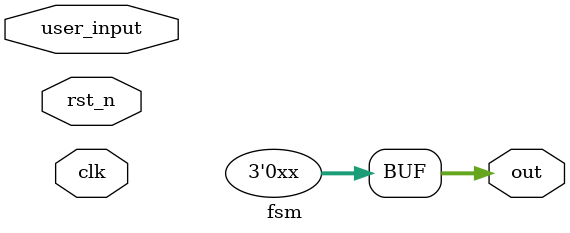
<source format=v>
module fsm(out, user_input, clk, rst_n);

input [2:0] user_input;
input clk, rst_n;
output reg [2:0] out;
reg [1:0] state_reg,state_next;

//sequential part
always @ (posedge clk or negedge rst_n )
    begin
        if (!rst_n)
        state_reg <= 2'h0;
        else
        state_reg <= state_next;
    end

//next state and output logic
//-copilot next line-
//copilot mean_prob: 0.6691834211735856

always @ *
    begin
        case (state_reg)
            2'h0: if (user_input == 2'h0) state_next <= 2'h0;
            2'h1: if (user_input == 2'h0) state_next <= 2'h1;
            2'h2: if (user_input == 2'h0 || user_input == 2'h1) state_next <= 2'h2;
            2'h3: if (user_input == 2'h0 || user_input == 2'h1 || user_input == 2'h2) state_next <= 2'h3;
            2'h4: if (user_input == 2'h0 || user_input == 2'h1 || user_input == 2'h2 || user_input == 2'h3) state_next <= 2'h4;
            2'h5: if (user_input == 2'h0 || user_input == 2'h1 || user_input == 2'h2 || user_input == 2'h3 || user_input == 2'h4) state_next <= 2'h5;
            2'h6: if (user_input == 2'h0 || user_input == 2'h1 || user_input == 2'h2 || user_input == 2'h3 || user_input == 2'h4 || user_input == 2'h5) state_next <= 2'h6;
            default: state_next <= 2'h0;
        endcase
        out <= state_next;
    end



endmodule
</source>
